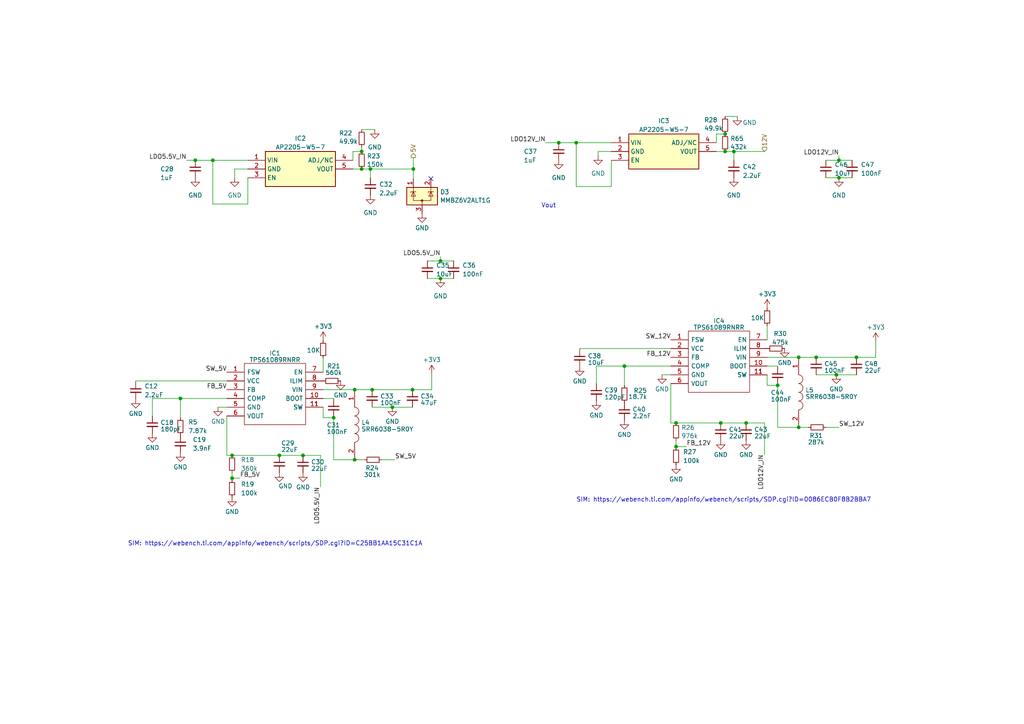
<source format=kicad_sch>
(kicad_sch (version 20231120) (generator "eeschema") (generator_version "8.0")
  (paper "A4")
  (lib_symbols
    (symbol "Device:C_Small" (pin_numbers hide) (pin_names (offset 0.254) hide)
      (property "Reference" "C" (at 0.254 1.778 0))
      (property "Value" "C_Small" (at 0.254 -2.032 0))
      (symbol "C_Small_0_1"
        (polyline (pts (xy -1.524 -0.508) (xy 1.524 -0.508)) (stroke (width 0.3302)))
        (polyline (pts (xy -1.524 0.508) (xy 1.524 0.508)) (stroke (width 0.3048)))
      )
      (symbol "C_Small_1_1"
        (pin passive line (at 0 2.54 270) (length 2.032) (name "~") (number "1"))
        (pin passive line (at 0 -2.54 90) (length 2.032) (name "~") (number "2"))
      )
    )
    (symbol "Device:R_Small" (pin_numbers hide) (pin_names (offset 0.254) hide)
      (property "Reference" "R" (at 0.762 0.508 0))
      (property "Value" "R_Small" (at 0.762 -1.016 0))
      (symbol "R_Small_0_1"
        (rectangle (start -0.762 1.778) (end 0.762 -1.778) (stroke (width 0.2032)))
      )
      (symbol "R_Small_1_1"
        (pin passive line (at 0 2.54 270) (length 0.762) (name "~") (number "1"))
        (pin passive line (at 0 -2.54 90) (length 0.762) (name "~") (number "2"))
      )
    )
    (symbol "GND_1" (power) (pin_names (offset 0))
      (property "Value" "GND_1" (at 0 -3.81 0))
      (symbol "GND_1_0_1"
        (polyline (pts (xy 0 0) (xy 0 -1.27) (xy 1.27 -1.27) (xy 0 -2.54) (xy -1.27 -1.27) (xy 0 -1.27)))
      )
      (symbol "GND_1_1_1"
        (pin power_in line (at 0 0 270) (length 0) hide (name "GND") (number "1"))
      )
    )
    (symbol "GND_2" (power) (pin_names (offset 0))
      (property "Value" "GND_2" (at 0 -3.81 0))
      (symbol "GND_2_0_1"
        (polyline (pts (xy 0 0) (xy 0 -1.27) (xy 1.27 -1.27) (xy 0 -2.54) (xy -1.27 -1.27) (xy 0 -1.27)))
      )
      (symbol "GND_2_1_1"
        (pin power_in line (at 0 0 270) (length 0) hide (name "GND") (number "1"))
      )
    )
    (symbol "GND_3" (power) (pin_names (offset 0))
      (property "Value" "GND_3" (at 0 -3.81 0))
      (symbol "GND_3_0_1"
        (polyline (pts (xy 0 0) (xy 0 -1.27) (xy 1.27 -1.27) (xy 0 -2.54) (xy -1.27 -1.27) (xy 0 -1.27)))
      )
      (symbol "GND_3_1_1"
        (pin power_in line (at 0 0 270) (length 0) hide (name "GND") (number "1"))
      )
    )
    (symbol "GND_4" (power) (pin_names (offset 0))
      (property "Value" "GND_4" (at 0 -3.81 0))
      (symbol "GND_4_0_1"
        (polyline (pts (xy 0 0) (xy 0 -1.27) (xy 1.27 -1.27) (xy 0 -2.54) (xy -1.27 -1.27) (xy 0 -1.27)))
      )
      (symbol "GND_4_1_1"
        (pin power_in line (at 0 0 270) (length 0) hide (name "GND") (number "1"))
      )
    )
    (symbol "GND_5" (power) (pin_names (offset 0))
      (property "Value" "GND_5" (at 0 -3.81 0))
      (symbol "GND_5_0_1"
        (polyline (pts (xy 0 0) (xy 0 -1.27) (xy 1.27 -1.27) (xy 0 -2.54) (xy -1.27 -1.27) (xy 0 -1.27)))
      )
      (symbol "GND_5_1_1"
        (pin power_in line (at 0 0 270) (length 0) hide (name "GND") (number "1"))
      )
    )
    (symbol "GND_6" (power) (pin_names (offset 0))
      (property "Value" "GND_6" (at 0 -3.81 0))
      (symbol "GND_6_0_1"
        (polyline (pts (xy 0 0) (xy 0 -1.27) (xy 1.27 -1.27) (xy 0 -2.54) (xy -1.27 -1.27) (xy 0 -1.27)))
      )
      (symbol "GND_6_1_1"
        (pin power_in line (at 0 0 270) (length 0) hide (name "GND") (number "1"))
      )
    )
    (symbol "Power_Protection:SP0502BAHT" (pin_names hide)
      (property "Reference" "D" (at 5.715 2.54 0))
      (property "Value" "SP0502BAHT" (at 5.715 0.635 0))
      (symbol "SP0502BAHT_0_0"
        (pin passive line (at 0 -5.08 90) (length 2.54) (name "A") (number "3"))
      )
      (symbol "SP0502BAHT_0_1"
        (rectangle (start -4.445 2.54) (end 4.445 -2.54) (stroke (width 0.254)) (fill (type background)))
        (circle (center 0 -1.27) (radius 0.254) (fill (type outline)))
        (polyline (pts (xy -2.54 2.54) (xy -2.54 1.27)))
        (polyline (pts (xy 0 -1.27) (xy 0 -2.54)))
        (polyline (pts (xy 2.54 2.54) (xy 2.54 1.27)))
        (polyline (pts (xy -3.302 1.016) (xy -3.302 1.27) (xy -1.905 1.27) (xy -1.778 1.27)))
        (polyline (pts (xy -2.54 1.27) (xy -2.54 -1.27) (xy 2.54 -1.27) (xy 2.54 1.27)))
        (polyline (pts (xy -2.54 1.27) (xy -1.905 0) (xy -3.175 0) (xy -2.54 1.27)))
        (polyline (pts (xy 1.778 1.016) (xy 1.778 1.27) (xy 3.175 1.27) (xy 3.302 1.27)))
        (polyline (pts (xy 2.54 1.27) (xy 1.905 0) (xy 3.175 0) (xy 2.54 1.27)))
      )
      (symbol "SP0502BAHT_1_1"
        (pin passive line (at -2.54 5.08 270) (length 2.54) (name "K") (number "1"))
        (pin passive line (at 2.54 5.08 270) (length 2.54) (name "K") (number "2"))
      )
    )
    (symbol "iclr:AP2205-W5-7"
      (property "Reference" "IC" (at 26.67 7.62 0))
      (property "Value" "AP2205-W5-7" (at 26.67 5.08 0))
      (symbol "AP2205-W5-7_1_1"
        (rectangle (start 5.08 2.54) (end 25.4 -7.62) (stroke (width 0.254)) (fill (type background)))
        (pin passive line (at 0 0 0) (length 5.08) (name "VIN") (number "1"))
        (pin passive line (at 0 -2.54 0) (length 5.08) (name "GND") (number "2"))
        (pin passive line (at 0 -5.08 0) (length 5.08) (name "EN") (number "3"))
        (pin passive line (at 30.48 0 180) (length 5.08) (name "ADJ/NC") (number "4"))
        (pin passive line (at 30.48 -2.54 180) (length 5.08) (name "VOUT") (number "5"))
      )
    )
    (symbol "iclr:SRR6038-5R0Y" (pin_names (offset 0.762))
      (property "Reference" "L" (at 16.51 6.35 0))
      (property "Value" "SRR6038-5R0Y" (at 16.51 3.81 0))
      (symbol "SRR6038-5R0Y_0_0"
        (pin passive line (at 0 0 0) (length 5.08) (name "~") (number "1"))
        (pin passive line (at 20.32 0 180) (length 5.08) (name "~") (number "2"))
      )
      (symbol "SRR6038-5R0Y_0_1"
        (arc (start 7.62 0) (mid 6.35 1.2202) (end 5.08 0) (stroke (width 0.1524)))
        (arc (start 10.16 0) (mid 8.89 1.2202) (end 7.62 0) (stroke (width 0.1524)))
        (arc (start 12.7 0) (mid 11.43 1.2202) (end 10.16 0) (stroke (width 0.1524)))
        (arc (start 15.24 0) (mid 13.97 1.2202) (end 12.7 0) (stroke (width 0.1524)))
      )
    )
    (symbol "iclr:TPS61089RNRR" (pin_names (offset 0.762))
      (property "Reference" "IC" (at 24.13 7.62 0))
      (property "Value" "TPS61089RNRR" (at 24.13 5.08 0))
      (symbol "TPS61089RNRR_0_0"
        (pin passive line (at 0 0 0) (length 5.08) (name "FSW") (number "1"))
        (pin passive line (at 27.94 -7.62 180) (length 5.08) (name "BOOT") (number "10"))
        (pin passive line (at 27.94 -10.16 180) (length 5.08) (name "SW") (number "11"))
        (pin passive line (at 27.94 -10.16 180) (length 5.08) (name "SW") (number "11"))
        (pin passive line (at 0 -2.54 0) (length 5.08) (name "VCC") (number "2"))
        (pin passive line (at 0 -5.08 0) (length 5.08) (name "FB") (number "3"))
        (pin passive line (at 0 -7.62 0) (length 5.08) (name "COMP") (number "4"))
        (pin passive line (at 0 -10.16 0) (length 5.08) (name "GND") (number "5"))
        (pin passive line (at 0 -12.7 0) (length 5.08) (name "VOUT") (number "6"))
        (pin passive line (at 27.94 0 180) (length 5.08) (name "EN") (number "7"))
        (pin passive line (at 27.94 -2.54 180) (length 5.08) (name "ILIM") (number "8"))
        (pin passive line (at 27.94 -5.08 180) (length 5.08) (name "VIN") (number "9"))
      )
      (symbol "TPS61089RNRR_0_1"
        (polyline (pts (xy 5.08 2.54) (xy 22.86 2.54) (xy 22.86 -15.24) (xy 5.08 -15.24) (xy 5.08 2.54)) (stroke (width 0.1524)))
      )
    )
    (symbol "power:+3V3" (power) (pin_numbers hide) (pin_names (offset 0) hide)
      (property "Value" "+3V3" (at 0 3.556 0))
      (symbol "+3V3_0_1"
        (polyline (pts (xy -0.762 1.27) (xy 0 2.54)))
        (polyline (pts (xy 0 0) (xy 0 2.54)))
        (polyline (pts (xy 0 2.54) (xy 0.762 1.27)))
      )
      (symbol "+3V3_1_1"
        (pin power_in line (at 0 0 90) (length 0) (name "~") (number "1"))
      )
    )
    (symbol "power:GND" (power) (pin_names (offset 0))
      (property "Value" "GND" (at 0 -3.81 0))
      (symbol "GND_0_1"
        (polyline (pts (xy 0 0) (xy 0 -1.27) (xy 1.27 -1.27) (xy 0 -2.54) (xy -1.27 -1.27) (xy 0 -1.27)))
      )
      (symbol "GND_1_1"
        (pin power_in line (at 0 0 270) (length 0) hide (name "GND") (number "1"))
      )
    )
  )
  (junction (at 231.648 103.632))
  (junction (at 127.762 80.772))
  (junction (at 119.888 49.022))
  (junction (at 107.95 113.03))
  (junction (at 212.852 43.942))
  (junction (at 210.312 38.862))
  (junction (at 216.408 122.682))
  (junction (at 113.792 118.11))
  (junction (at 107.442 49.022))
  (junction (at 56.642 46.482))
  (junction (at 231.648 123.952))
  (junction (at 209.042 122.682))
  (junction (at 81.026 132.08))
  (junction (at 196.088 122.682))
  (junction (at 102.87 133.35))
  (junction (at 104.902 49.022))
  (junction (at 96.774 121.158))
  (junction (at 243.332 46.482))
  (junction (at 248.412 103.632))
  (junction (at 181.102 106.172))
  (junction (at 67.31 132.08))
  (junction (at 102.87 113.03))
  (junction (at 210.312 43.942))
  (junction (at 61.722 46.482))
  (junction (at 162.052 41.402))
  (junction (at 236.728 103.632))
  (junction (at 243.332 51.562))
  (junction (at 242.57 108.712))
  (junction (at 196.088 129.54))
  (junction (at 119.634 113.03))
  (junction (at 52.324 115.57))
  (junction (at 225.552 111.76))
  (junction (at 127.762 75.692))
  (junction (at 67.31 138.684))
  (junction (at 104.902 43.942))
  (junction (at 167.132 41.402))
  (junction (at 87.884 132.08))
  (no_connect (at 124.968 51.816))
  (wire (pts (xy 222.504 108.712) (xy 222.504 111.76)))
  (wire (pts (xy 92.964 132.08) (xy 92.964 141.224)))
  (wire (pts (xy 125.222 113.03) (xy 119.634 113.03)))
  (wire (pts (xy 127.762 80.772) (xy 131.572 80.772)))
  (wire (pts (xy 107.442 49.022) (xy 119.888 49.022)))
  (wire (pts (xy 239.522 123.952) (xy 243.332 123.952)))
  (wire (pts (xy 68.072 49.022) (xy 68.072 51.562)))
  (wire (pts (xy 168.148 101.092) (xy 168.148 101.346)))
  (wire (pts (xy 243.332 46.482) (xy 247.142 46.482)))
  (wire (pts (xy 107.95 118.11) (xy 113.792 118.11)))
  (wire (pts (xy 71.882 59.182) (xy 71.882 51.562)))
  (wire (pts (xy 162.052 41.402) (xy 167.132 41.402)))
  (wire (pts (xy 39.37 110.49) (xy 65.786 110.49)))
  (wire (pts (xy 196.088 129.54) (xy 199.136 129.54)))
  (wire (pts (xy 96.774 133.35) (xy 96.774 121.158)))
  (wire (pts (xy 44.196 115.57) (xy 44.196 120.65)))
  (wire (pts (xy 65.786 132.08) (xy 67.31 132.08)))
  (wire (pts (xy 104.902 49.022) (xy 102.362 49.022)))
  (wire (pts (xy 107.95 113.03) (xy 119.634 113.03)))
  (wire (pts (xy 181.102 106.172) (xy 181.102 111.76)))
  (wire (pts (xy 231.648 123.952) (xy 225.552 123.952)))
  (wire (pts (xy 167.132 41.402) (xy 167.132 54.102)))
  (wire (pts (xy 210.312 33.782) (xy 213.868 33.782)))
  (wire (pts (xy 39.37 110.49) (xy 39.37 110.744)))
  (wire (pts (xy 127.762 75.692) (xy 131.572 75.692)))
  (wire (pts (xy 104.902 42.672) (xy 104.902 43.942)))
  (wire (pts (xy 172.974 106.172) (xy 172.974 111.252)))
  (wire (pts (xy 119.888 45.72) (xy 119.888 49.022)))
  (wire (pts (xy 63.246 118.11) (xy 65.786 118.11)))
  (wire (pts (xy 231.648 123.952) (xy 234.442 123.952)))
  (wire (pts (xy 96.774 120.904) (xy 96.774 121.158)))
  (wire (pts (xy 239.522 46.482) (xy 243.332 46.482)))
  (wire (pts (xy 221.742 122.682) (xy 221.742 131.826)))
  (wire (pts (xy 231.648 103.632) (xy 236.728 103.632)))
  (wire (pts (xy 194.564 122.682) (xy 196.088 122.682)))
  (wire (pts (xy 93.726 115.57) (xy 96.774 115.57)))
  (wire (pts (xy 177.292 54.102) (xy 177.292 46.482)))
  (wire (pts (xy 52.324 115.57) (xy 65.786 115.57)))
  (wire (pts (xy 194.564 111.252) (xy 194.564 122.682)))
  (wire (pts (xy 225.552 123.952) (xy 225.552 111.76)))
  (wire (pts (xy 243.332 45.212) (xy 243.332 46.482)))
  (wire (pts (xy 167.132 41.402) (xy 177.292 41.402)))
  (wire (pts (xy 239.522 51.562) (xy 243.332 51.562)))
  (wire (pts (xy 102.87 133.35) (xy 96.774 133.35)))
  (wire (pts (xy 113.792 118.11) (xy 119.634 118.11)))
  (wire (pts (xy 168.148 101.092) (xy 194.564 101.092)))
  (wire (pts (xy 67.31 137.16) (xy 67.31 138.684)))
  (wire (pts (xy 222.504 103.632) (xy 231.648 103.632)))
  (wire (pts (xy 225.552 111.506) (xy 225.552 111.76)))
  (wire (pts (xy 158.242 41.402) (xy 162.052 41.402)))
  (wire (pts (xy 61.722 46.482) (xy 71.882 46.482)))
  (wire (pts (xy 65.786 120.65) (xy 65.786 132.08)))
  (wire (pts (xy 123.952 80.772) (xy 127.762 80.772)))
  (wire (pts (xy 81.026 132.08) (xy 87.884 132.08)))
  (wire (pts (xy 87.884 132.08) (xy 92.964 132.08)))
  (wire (pts (xy 54.102 46.482) (xy 56.642 46.482)))
  (wire (pts (xy 102.362 43.942) (xy 102.362 46.482)))
  (wire (pts (xy 243.332 51.562) (xy 247.142 51.562)))
  (wire (pts (xy 107.442 51.562) (xy 107.442 49.022)))
  (wire (pts (xy 236.728 103.632) (xy 248.412 103.632)))
  (wire (pts (xy 173.482 43.942) (xy 173.482 45.212)))
  (wire (pts (xy 222.504 111.76) (xy 225.552 111.76)))
  (wire (pts (xy 207.772 38.862) (xy 210.312 38.862)))
  (wire (pts (xy 222.504 106.172) (xy 225.552 106.172)))
  (wire (pts (xy 52.324 115.57) (xy 52.324 121.158)))
  (wire (pts (xy 192.024 108.712) (xy 194.564 108.712)))
  (wire (pts (xy 61.722 46.482) (xy 61.722 59.182)))
  (wire (pts (xy 67.31 138.684) (xy 67.31 139.192)))
  (wire (pts (xy 222.504 94.488) (xy 222.504 98.552)))
  (wire (pts (xy 225.552 106.172) (xy 225.552 106.426)))
  (wire (pts (xy 207.772 38.862) (xy 207.772 41.402)))
  (wire (pts (xy 93.726 113.03) (xy 102.87 113.03)))
  (wire (pts (xy 207.772 43.942) (xy 210.312 43.942)))
  (wire (pts (xy 61.722 59.182) (xy 71.882 59.182)))
  (wire (pts (xy 172.974 106.172) (xy 181.102 106.172)))
  (wire (pts (xy 93.726 103.886) (xy 93.726 107.95)))
  (wire (pts (xy 254 103.632) (xy 248.412 103.632)))
  (wire (pts (xy 119.888 49.022) (xy 119.888 51.816)))
  (wire (pts (xy 125.222 108.458) (xy 125.222 113.03)))
  (wire (pts (xy 102.362 43.942) (xy 104.902 43.942)))
  (wire (pts (xy 110.744 133.35) (xy 114.554 133.35)))
  (wire (pts (xy 212.852 46.482) (xy 212.852 43.942)))
  (wire (pts (xy 56.642 46.482) (xy 61.722 46.482)))
  (wire (pts (xy 71.882 49.022) (xy 68.072 49.022)))
  (wire (pts (xy 127.762 74.422) (xy 127.762 75.692)))
  (wire (pts (xy 44.196 115.57) (xy 52.324 115.57)))
  (wire (pts (xy 196.088 122.682) (xy 209.042 122.682)))
  (wire (pts (xy 196.088 129.54) (xy 196.088 129.794)))
  (wire (pts (xy 67.31 138.684) (xy 69.596 138.684)))
  (wire (pts (xy 104.902 37.592) (xy 108.712 37.592)))
  (wire (pts (xy 167.132 54.102) (xy 177.292 54.102)))
  (wire (pts (xy 221.742 43.942) (xy 212.852 43.942)))
  (wire (pts (xy 123.952 75.692) (xy 127.762 75.692)))
  (wire (pts (xy 102.87 133.35) (xy 105.664 133.35)))
  (wire (pts (xy 254 99.06) (xy 254 103.632)))
  (wire (pts (xy 209.042 122.682) (xy 216.408 122.682)))
  (wire (pts (xy 242.57 108.712) (xy 248.412 108.712)))
  (wire (pts (xy 93.726 118.11) (xy 93.726 121.158)))
  (wire (pts (xy 210.312 43.942) (xy 212.852 43.942)))
  (wire (pts (xy 67.31 132.08) (xy 81.026 132.08)))
  (wire (pts (xy 93.726 121.158) (xy 96.774 121.158)))
  (wire (pts (xy 96.774 115.57) (xy 96.774 115.824)))
  (wire (pts (xy 107.442 49.022) (xy 104.902 49.022)))
  (wire (pts (xy 236.728 108.712) (xy 242.57 108.712)))
  (wire (pts (xy 177.292 43.942) (xy 173.482 43.942)))
  (wire (pts (xy 181.102 106.172) (xy 194.564 106.172)))
  (wire (pts (xy 196.088 127.762) (xy 196.088 129.54)))
  (wire (pts (xy 102.87 113.03) (xy 107.95 113.03)))
  (wire (pts (xy 216.408 122.682) (xy 221.742 122.682)))
  (text "SIM: https://webench.ti.com/appinfo/webench/scripts/SDP.cgi?ID=C25BB1AA15C31C1A" (at 37.084 158.496 0) (effects (font (size 1.27 1.27)) (justify left bottom)))
  (text "Vout" (at 156.972 60.452 0) (effects (font (size 1.27 1.27)) (justify left bottom)))
  (text "SIM: https://webench.ti.com/appinfo/webench/scripts/SDP.cgi?ID=0086ECB0F8B2BBA7" (at 167.132 145.796 0) (effects (font (size 1.27 1.27)) (justify left bottom)))
  (label "FB_5V" (at 65.786 113.03 180))
  (label "SW_12V" (at 194.564 98.552 180))
  (label "LDO5.5V_IN" (at 127.762 74.422 180))
  (label "LDO12V_IN" (at 221.742 131.826 270))
  (label "LDO12V_IN" (at 243.332 45.212 180))
  (label "FB_12V" (at 199.136 129.54 0))
  (label "SW_5V" (at 114.554 133.35 0))
  (label "SW_12V" (at 243.332 123.952 0))
  (label "LDO12V_IN" (at 158.242 41.402 180))
  (label "FB_5V" (at 69.596 138.684 0))
  (label "SW_5V" (at 65.786 107.95 180))
  (label "FB_12V" (at 194.564 103.632 180))
  (label "LDO5.5V_IN" (at 92.964 141.224 270))
  (label "LDO5.5V_IN" (at 54.102 46.482 180))
  (hierarchical_label "12V" (shape input) (at 221.742 43.942 90))
  (hierarchical_label "5V" (shape output) (at 119.888 45.72 90))
  (symbol (lib_id "Device:C_Small") (at 52.324 128.778 0) (unit 1)
    (property "Reference" "C19" (at 55.88 127.5143 0) (effects (justify left)))
    (property "Value" "3.9nF" (at 55.88 130.0543 0) (effects (justify left)))
    (property "Footprint" "Capacitor_SMD:C_0402_1005Metric" (effects (hide yes)))
  )
  (symbol (lib_name "GND_4") (lib_id "power:GND") (at 172.974 116.332 0) (unit 1)
    (property "Reference" "#PWR067" (effects (hide yes)))
    (property "Value" "GND" (at 172.974 120.4675 0))
  )
  (symbol (lib_name "GND_6") (lib_id "power:GND") (at 68.072 51.562 0) (unit 1)
    (property "Reference" "#PWR055" (effects (hide yes)))
    (property "Value" "GND" (at 68.072 56.642 0))
  )
  (symbol (lib_id "Device:C_Small") (at 247.142 49.022 0) (unit 1)
    (property "Reference" "C47" (at 249.682 47.7582 0) (effects (justify left)))
    (property "Value" "100nF" (at 249.682 50.2982 0) (effects (justify left)))
    (property "Footprint" "Capacitor_SMD:C_0402_1005Metric" (effects (hide yes)))
    (property "MPN" "C1005X5R1E104KT000E" (effects (hide yes)))
  )
  (symbol (lib_id "Device:C_Small") (at 39.37 113.284 0) (unit 1)
    (property "Reference" "C12" (at 41.91 112.0203 0) (effects (justify left)))
    (property "Value" "2.2uF" (at 41.91 114.5603 0) (effects (justify left)))
    (property "Footprint" "Capacitor_SMD:C_0603_1608Metric" (effects (hide yes)))
  )
  (symbol (lib_name "GND_4") (lib_id "power:GND") (at 227.584 101.092 0) (unit 1)
    (property "Reference" "#PWR077" (effects (hide yes)))
    (property "Value" "GND" (at 227.584 105.2275 0))
  )
  (symbol (lib_id "Device:C_Small") (at 168.148 103.886 0) (unit 1)
    (property "Reference" "C38" (at 170.4721 103.2486 0) (effects (justify left)))
    (property "Value" "10uF" (at 170.4721 105.1696 0) (effects (justify left)))
    (property "Footprint" "Capacitor_SMD:C_0603_1608Metric" (effects (hide yes)))
  )
  (symbol (lib_name "GND_2") (lib_id "power:GND") (at 212.852 51.562 0) (unit 1)
    (property "Reference" "#PWR074" (effects (hide yes)))
    (property "Value" "GND" (at 212.852 56.642 0))
  )
  (symbol (lib_id "Device:C_Small") (at 44.196 123.19 0) (unit 1)
    (property "Reference" "C18" (at 46.5201 122.5526 0) (effects (justify left)))
    (property "Value" "180pF" (at 46.5201 124.4736 0) (effects (justify left)))
    (property "Footprint" "Capacitor_SMD:C_0402_1005Metric" (effects (hide yes)))
  )
  (symbol (lib_id "Device:C_Small") (at 96.774 118.364 0) (unit 1)
    (property "Reference" "C31" (at 94.742 123.301 0) (effects (justify left)))
    (property "Value" "100nF" (at 94.742 125.222 0) (effects (justify left)))
    (property "Footprint" "Capacitor_SMD:C_0402_1005Metric" (effects (hide yes)))
  )
  (symbol (lib_id "iclr:TPS61089RNRR") (at 194.564 98.552 0) (unit 1)
    (property "Reference" "IC4" (at 208.534 93.0529 0))
    (property "Value" "TPS61089RNRR" (at 208.534 94.9739 0))
    (property "Footprint" "iclr:IC_TPS61089RNRR" (effects (hide yes)))
    (property "Datasheet" "http://www.ti.com/lit/gpn/tps61089" (effects (hide yes)))
    (property "Description" "12.6-V, 7-A Fully-Integrated Synchronous Boost Converters in 2.0-mm x 2.5-mm VQFN Package" (effects (hide yes)))
    (property "Manufacturer_Name" "Texas Instruments" (effects (hide yes)))
    (property "Manufacturer_Part_Number" "TPS61089RNRR" (effects (hide yes)))
    (property "Mouser Part Number" "595-TPS61089RNRR" (effects (hide yes)))
    (property "Mouser Price/Stock" "https://www.mouser.co.uk/ProductDetail/Texas-Instruments/TPS61089RNRR?qs=G55MHhPmvtI%2Ft%2FkJeUeP3Q%3D%3D" (effects (hide yes)))
    (property "Arrow Part Number" "TPS61089RNRR" (effects (hide yes)))
    (property "Arrow Price/Stock" "https://www.arrow.com/en/products/tps61089rnrr/texas-instruments?region=nac" (effects (hide yes)))
    (property "MPN" "TPS61089RNRR" (effects (hide yes)))
  )
  (symbol (lib_name "GND_4") (lib_id "power:GND") (at 44.196 125.73 0) (unit 1)
    (property "Reference" "#PWR046" (effects (hide yes)))
    (property "Value" "GND" (at 44.196 129.8655 0))
  )
  (symbol (lib_id "Device:C_Small") (at 239.522 49.022 0) (unit 1)
    (property "Reference" "C46" (at 242.062 47.7582 0) (effects (justify left)))
    (property "Value" "10uF" (at 242.062 50.2982 0) (effects (justify left)))
    (property "Footprint" "Capacitor_SMD:C_0603_1608Metric" (effects (hide yes)))
    (property "MPN" " TMK107BBJ106MA-T" (effects (hide yes)))
  )
  (symbol (lib_id "power:GND") (at 127.762 80.772 0) (unit 1)
    (property "Reference" "#PWR064" (effects (hide yes)))
    (property "Value" "GND" (at 127.762 85.852 0))
  )
  (symbol (lib_name "GND_4") (lib_id "power:GND") (at 216.408 127.762 0) (unit 1)
    (property "Reference" "#PWR075" (effects (hide yes)))
    (property "Value" "GND" (at 216.408 131.8975 0))
  )
  (symbol (lib_name "GND_3") (lib_id "power:GND") (at 56.642 51.562 0) (unit 1)
    (property "Reference" "#PWR052" (effects (hide yes)))
    (property "Value" "GND" (at 56.642 56.642 0))
  )
  (symbol (lib_id "power:+3V3") (at 93.726 98.806 0) (unit 1)
    (property "Reference" "#PWR0112" (effects (hide yes)))
    (property "Value" "+3V3" (at 93.726 94.6729 0))
    (property "Description" "Power symbol creates a global label with name \"+3V3\"" (effects (hide yes)))
  )
  (symbol (lib_id "Device:C_Small") (at 107.442 54.102 0) (unit 1)
    (property "Reference" "C32" (at 109.982 53.4733 0) (effects (justify left)))
    (property "Value" "2.2uF" (at 109.982 56.0133 0) (effects (justify left)))
    (property "Footprint" "Capacitor_SMD:C_0402_1005Metric" (effects (hide yes)))
    (property "MPN" "GRM155R61E225ME15D" (effects (hide yes)))
  )
  (symbol (lib_name "GND_4") (lib_id "power:GND") (at 52.324 131.318 0) (unit 1)
    (property "Reference" "#PWR051" (effects (hide yes)))
    (property "Value" "GND" (at 52.324 135.4535 0))
  )
  (symbol (lib_id "Device:C_Small") (at 225.552 108.966 0) (unit 1)
    (property "Reference" "C44" (at 223.52 113.903 0) (effects (justify left)))
    (property "Value" "100nF" (at 223.52 115.824 0) (effects (justify left)))
    (property "Footprint" "Capacitor_SMD:C_0402_1005Metric" (effects (hide yes)))
  )
  (symbol (lib_name "GND_4") (lib_id "power:GND") (at 81.026 137.16 0) (unit 1)
    (property "Reference" "#PWR056" (effects (hide yes)))
    (property "Value" "GND" (at 82.804 140.97 0))
  )
  (symbol (lib_name "GND_4") (lib_id "power:GND") (at 192.024 108.712 0) (unit 1)
    (property "Reference" "#PWR070" (effects (hide yes)))
    (property "Value" "GND" (at 192.024 112.8475 0))
  )
  (symbol (lib_id "Device:R_Small") (at 52.324 123.698 0) (unit 1)
    (property "Reference" "R5" (at 54.61 122.428 0) (effects (justify left)))
    (property "Value" "7.87k" (at 54.61 124.968 0) (effects (justify left)))
    (property "Footprint" "Resistor_SMD:R_0402_1005Metric" (effects (hide yes)))
  )
  (symbol (lib_id "Device:C_Small") (at 248.412 106.172 0) (unit 1)
    (property "Reference" "C48" (at 250.7361 105.5346 0) (effects (justify left)))
    (property "Value" "22uF" (at 250.7361 107.4556 0) (effects (justify left)))
    (property "Footprint" "Capacitor_SMD:C_1206_3216Metric" (effects (hide yes)))
  )
  (symbol (lib_id "Device:R_Small") (at 104.902 40.132 0) (unit 1)
    (property "Reference" "R22" (at 98.298 38.608 0) (effects (justify left)))
    (property "Value" "49.9k" (at 98.298 41.0323 0) (effects (justify left)))
    (property "Footprint" "Resistor_SMD:R_0402_1005Metric" (effects (hide yes)))
  )
  (symbol (lib_name "GND_2") (lib_id "power:GND") (at 122.428 61.976 0) (unit 1)
    (property "Reference" "#PWR096" (effects (hide yes)))
    (property "Value" "GND" (at 122.428 66.1091 0))
    (property "Description" "Power symbol creates a global label with name \"GND\" , ground" (effects (hide yes)))
  )
  (symbol (lib_id "Device:R_Small") (at 196.088 132.334 180) (unit 1)
    (property "Reference" "R27" (at 198.12 131.064 0) (effects (justify right)))
    (property "Value" "100k" (at 198.12 133.604 0) (effects (justify right)))
    (property "Footprint" "Resistor_SMD:R_0402_1005Metric" (effects (hide yes)))
  )
  (symbol (lib_name "GND_4") (lib_id "power:GND") (at 196.088 134.874 0) (unit 1)
    (property "Reference" "#PWR071" (effects (hide yes)))
    (property "Value" "GND" (at 196.088 139.0095 0))
  )
  (symbol (lib_id "Device:R_Small") (at 181.102 114.3 0) (mirror y) (unit 1)
    (property "Reference" "R25" (at 187.6806 113.2767 0) (effects (justify left)))
    (property "Value" "18.7k" (at 187.706 115.062 0) (effects (justify left)))
    (property "Footprint" "Resistor_SMD:R_0402_1005Metric" (effects (hide yes)))
  )
  (symbol (lib_id "Device:R_Small") (at 210.312 41.402 0) (unit 1)
    (property "Reference" "R65" (at 211.8106 40.1898 0) (effects (justify left)))
    (property "Value" "432k" (at 211.8106 42.6141 0) (effects (justify left)))
    (property "Footprint" "Resistor_SMD:R_0402_1005Metric" (effects (hide yes)))
  )
  (symbol (lib_id "Device:C_Small") (at 87.884 134.62 0) (unit 1)
    (property "Reference" "C30" (at 90.2081 133.9826 0) (effects (justify left)))
    (property "Value" "22uF" (at 90.2081 135.9036 0) (effects (justify left)))
    (property "Footprint" "Capacitor_SMD:C_0805_2012Metric" (effects (hide yes)))
  )
  (symbol (lib_name "GND_5") (lib_id "power:GND") (at 173.482 45.212 0) (unit 1)
    (property "Reference" "#PWR068" (effects (hide yes)))
    (property "Value" "GND" (at 173.482 50.292 0))
  )
  (symbol (lib_name "GND_4") (lib_id "power:GND") (at 67.31 144.272 0) (unit 1)
    (property "Reference" "#PWR054" (effects (hide yes)))
    (property "Value" "GND" (at 67.31 148.4075 0))
  )
  (symbol (lib_id "Device:R_Small") (at 236.982 123.952 270) (unit 1)
    (property "Reference" "R31" (at 236.728 126.349 90))
    (property "Value" "287k" (at 236.728 128.27 90))
    (property "Footprint" "Resistor_SMD:R_0402_1005Metric" (effects (hide yes)))
  )
  (symbol (lib_id "Device:R_Small") (at 93.726 101.346 180) (unit 1)
    (property "Reference" "R20" (effects (hide yes)))
    (property "Value" "10K" (at 90.932 101.6 0))
    (property "Footprint" "Resistor_SMD:R_0402_1005Metric" (effects (hide yes)))
  )
  (symbol (lib_id "Device:C_Small") (at 56.642 49.022 0) (unit 1)
    (property "Reference" "C28" (at 46.482 49.022 0) (effects (justify left)))
    (property "Value" "1uF" (at 46.482 51.562 0) (effects (justify left)))
    (property "Footprint" "Capacitor_SMD:C_0402_1005Metric" (effects (hide yes)))
    (property "MPN" "CL05X105KA5NQNC" (effects (hide yes)))
  )
  (symbol (lib_id "Device:R_Small") (at 225.044 101.092 270) (unit 1)
    (property "Reference" "R30" (at 226.314 96.774 90))
    (property "Value" "475k" (at 226.314 99.314 90))
    (property "Footprint" "Resistor_SMD:R_0402_1005Metric" (effects (hide yes)))
  )
  (symbol (lib_name "GND_4") (lib_id "power:GND") (at 63.246 118.11 0) (unit 1)
    (property "Reference" "#PWR053" (effects (hide yes)))
    (property "Value" "GND" (at 63.246 122.2455 0))
  )
  (symbol (lib_name "GND_4") (lib_id "power:GND") (at 39.37 115.824 0) (unit 1)
    (property "Reference" "#PWR028" (effects (hide yes)))
    (property "Value" "GND" (at 39.37 119.9595 0))
  )
  (symbol (lib_name "GND_4") (lib_id "power:GND") (at 181.102 121.92 0) (unit 1)
    (property "Reference" "#PWR069" (effects (hide yes)))
    (property "Value" "GND" (at 181.102 126.0555 0))
  )
  (symbol (lib_id "power:+3V3") (at 254 99.06 0) (unit 1)
    (property "Reference" "#PWR0119" (effects (hide yes)))
    (property "Value" "+3V3" (at 254 94.9269 0))
    (property "Description" "Power symbol creates a global label with name \"+3V3\"" (effects (hide yes)))
  )
  (symbol (lib_name "GND_4") (lib_id "power:GND") (at 98.806 110.49 0) (unit 1)
    (property "Reference" "#PWR059" (effects (hide yes)))
    (property "Value" "GND" (at 98.806 114.6255 0))
  )
  (symbol (lib_id "Device:R_Small") (at 67.31 141.732 180) (unit 1)
    (property "Reference" "R19" (at 69.85 140.462 0) (effects (justify right)))
    (property "Value" "100k" (at 69.85 143.002 0) (effects (justify right)))
    (property "Footprint" "Resistor_SMD:R_0402_1005Metric" (effects (hide yes)))
  )
  (symbol (lib_name "GND_1") (lib_id "power:GND") (at 108.712 37.592 0) (unit 1)
    (property "Reference" "#PWR060" (effects (hide yes)))
    (property "Value" "GND" (at 108.712 42.672 0))
  )
  (symbol (lib_id "power:+3V3") (at 222.504 89.408 0) (unit 1)
    (property "Reference" "#PWR0114" (effects (hide yes)))
    (property "Value" "+3V3" (at 222.504 85.2749 0))
    (property "Description" "Power symbol creates a global label with name \"+3V3\"" (effects (hide yes)))
  )
  (symbol (lib_id "Device:C_Small") (at 172.974 113.792 0) (unit 1)
    (property "Reference" "C39" (at 175.2981 113.1546 0) (effects (justify left)))
    (property "Value" "120pF" (at 175.2727 115.2113 0) (effects (justify left)))
    (property "Footprint" "Capacitor_SMD:C_0402_1005Metric" (effects (hide yes)))
  )
  (symbol (lib_id "Device:R_Small") (at 96.266 110.49 270) (unit 1)
    (property "Reference" "R21" (at 96.774 106.172 90))
    (property "Value" "560k" (at 96.774 108.093 90))
    (property "Footprint" "Resistor_SMD:R_0402_1005Metric" (effects (hide yes)))
  )
  (symbol (lib_name "GND_3") (lib_id "power:GND") (at 162.052 46.482 0) (unit 1)
    (property "Reference" "#PWR065" (effects (hide yes)))
    (property "Value" "GND" (at 162.052 51.562 0))
  )
  (symbol (lib_id "Power_Protection:SP0502BAHT") (at 122.428 56.896 0) (unit 1)
    (property "Reference" "D3" (at 127.635 55.6838 0) (effects (justify left)))
    (property "Value" "MMBZ6V2ALT1G" (at 127.635 58.1081 0) (effects (justify left)))
    (property "Footprint" "Package_TO_SOT_SMD:SOT-23" (effects (hide yes)))
    (property "Datasheet" "http://www.littelfuse.com/~/media/files/littelfuse/technical%20resources/documents/data%20sheets/sp05xxba.pdf" (effects (hide yes)))
    (property "Description" "TVS Diode Array, 5.5V Standoff, 2 Channels, SOT-23 package" (effects (hide yes)))
    (property "MPN" "MMBZ6V2ALT1G" (effects (hide yes)))
  )
  (symbol (lib_name "GND_4") (lib_id "power:GND") (at 87.884 137.16 0) (unit 1)
    (property "Reference" "#PWR057" (effects (hide yes)))
    (property "Value" "GND" (at 87.884 141.2955 0))
  )
  (symbol (lib_id "Device:C_Small") (at 123.952 78.232 0) (unit 1)
    (property "Reference" "C35" (at 126.492 76.9682 0) (effects (justify left)))
    (property "Value" "10uF" (at 126.492 79.5082 0) (effects (justify left)))
    (property "Footprint" "Capacitor_SMD:C_0402_1005Metric" (effects (hide yes)))
    (property "MPN" " CL05A106MP8NUB8" (effects (hide yes)))
  )
  (symbol (lib_id "iclr:AP2205-W5-7") (at 177.292 41.402 0) (unit 1)
    (property "Reference" "IC3" (at 192.532 35.052 0))
    (property "Value" "AP2205-W5-7" (at 192.532 37.592 0))
    (property "Footprint" "iclr:SOT95P282X145-5N" (effects (hide yes)))
    (property "Datasheet" "https://datasheet.datasheetarchive.com/originals/distributors/Datasheets_SAMA/49896ab3db029f5df263d3a8b036e85b.pdf" (effects (hide yes)))
    (property "Height" "1.45" (effects (hide yes)))
    (property "Mouser Part Number" "621-AP2205-W5-7" (effects (hide yes)))
    (property "Mouser Price/Stock" "https://www.mouser.co.uk/ProductDetail/Diodes-Incorporated/AP2205-W5-7?qs=EBDBlbfErPxiadLvD5FZyQ%3D%3D" (effects (hide yes)))
    (property "Manufacturer_Name" "Diodes Inc." (effects (hide yes)))
    (property "Manufacturer_Part_Number" "AP2205-W5-7" (effects (hide yes)))
    (property "MPN" "AP2205-W5-7" (effects (hide yes)))
  )
  (symbol (lib_id "Device:C_Small") (at 81.026 134.62 0) (unit 1)
    (property "Reference" "C29" (at 81.534 128.524 0) (effects (justify left)))
    (property "Value" "22uF" (at 81.534 130.445 0) (effects (justify left)))
    (property "Footprint" "Capacitor_SMD:C_0805_2012Metric" (effects (hide yes)))
  )
  (symbol (lib_id "iclr:SRR6038-5R0Y") (at 231.648 103.632 270) (unit 1)
    (property "Reference" "L5" (at 233.5794 113.1483 90) (effects (justify left)))
    (property "Value" "SRR6038-5R0Y" (at 233.5794 115.0693 90) (effects (justify left)))
    (property "Footprint" "iclr:IND_SRP6540-390M" (effects (hide yes)))
    (property "Datasheet" "http://www.bourns.com/docs/Product-Datasheets/SRR6038.pdf" (effects (hide yes)))
    (property "Description" "BOURNS - SRR6038-5R0Y - INDUCTOR, SHIELDED, 5UH, 2.95A, SMD, FULL REEL" (effects (hide yes)))
    (property "Manufacturer_Name" "Bourns" (effects (hide yes)))
    (property "Manufacturer_Part_Number" "SRR6038-5R0Y" (effects (hide yes)))
    (property "Mouser Part Number" "652-SRR6038-5R0Y" (effects (hide yes)))
    (property "Mouser Price/Stock" "https://www.mouser.co.uk/ProductDetail/Bourns/SRR6038-5R0Y?qs=s%252BX%2FYkvGCpEfKc4OEBpucw%3D%3D" (effects (hide yes)))
    (property "Arrow Part Number" "SRR6038-5R0Y" (effects (hide yes)))
    (property "Arrow Price/Stock" "https://www.arrow.com/en/products/srr6038-5r0y/bourns?region=nac" (effects (hide yes)))
  )
  (symbol (lib_id "Device:R_Small") (at 210.312 36.322 0) (unit 1)
    (property "Reference" "R28" (at 204.216 34.798 0) (effects (justify left)))
    (property "Value" "49.9k" (at 204.216 37.2223 0) (effects (justify left)))
    (property "Footprint" "Resistor_SMD:R_0402_1005Metric" (effects (hide yes)))
  )
  (symbol (lib_name "GND_2") (lib_id "power:GND") (at 107.442 56.642 0) (unit 1)
    (property "Reference" "#PWR061" (effects (hide yes)))
    (property "Value" "GND" (at 107.442 61.722 0))
  )
  (symbol (lib_id "iclr:TPS61089RNRR") (at 65.786 107.95 0) (unit 1)
    (property "Reference" "IC1" (at 79.756 102.4509 0))
    (property "Value" "TPS61089RNRR" (at 79.756 104.3719 0))
    (property "Footprint" "iclr:IC_TPS61089RNRR" (effects (hide yes)))
    (property "Datasheet" "http://www.ti.com/lit/gpn/tps61089" (effects (hide yes)))
    (property "Description" "12.6-V, 7-A Fully-Integrated Synchronous Boost Converters in 2.0-mm x 2.5-mm VQFN Package" (effects (hide yes)))
    (property "Manufacturer_Name" "Texas Instruments" (effects (hide yes)))
    (property "Manufacturer_Part_Number" "TPS61089RNRR" (effects (hide yes)))
    (property "Mouser Part Number" "595-TPS61089RNRR" (effects (hide yes)))
    (property "Mouser Price/Stock" "https://www.mouser.co.uk/ProductDetail/Texas-Instruments/TPS61089RNRR?qs=G55MHhPmvtI%2Ft%2FkJeUeP3Q%3D%3D" (effects (hide yes)))
    (property "Arrow Part Number" "TPS61089RNRR" (effects (hide yes)))
    (property "Arrow Price/Stock" "https://www.arrow.com/en/products/tps61089rnrr/texas-instruments?region=nac" (effects (hide yes)))
    (property "MPN" "TPS61089RNRR" (effects (hide yes)))
  )
  (symbol (lib_id "Device:C_Small") (at 209.042 125.222 0) (unit 1)
    (property "Reference" "C41" (at 211.3661 124.5846 0) (effects (justify left)))
    (property "Value" "22uF" (at 211.3661 126.5056 0) (effects (justify left)))
    (property "Footprint" "Capacitor_SMD:C_0805_2012Metric" (effects (hide yes)))
  )
  (symbol (lib_id "Device:R_Small") (at 196.088 125.222 180) (unit 1)
    (property "Reference" "R26" (at 197.5866 124.0098 0) (effects (justify right)))
    (property "Value" "976k" (at 197.5866 126.4341 0) (effects (justify right)))
    (property "Footprint" "Resistor_SMD:R_0402_1005Metric" (effects (hide yes)))
  )
  (symbol (lib_id "Device:C_Small") (at 162.052 43.942 0) (unit 1)
    (property "Reference" "C37" (at 151.892 43.942 0) (effects (justify left)))
    (property "Value" "1uF" (at 151.892 46.482 0) (effects (justify left)))
    (property "Footprint" "Capacitor_SMD:C_0402_1005Metric" (effects (hide yes)))
    (property "MPN" "CL05X105KA5NQNC" (effects (hide yes)))
  )
  (symbol (lib_id "Device:C_Small") (at 236.728 106.172 0) (unit 1)
    (property "Reference" "C45" (at 239.0521 105.5346 0) (effects (justify left)))
    (property "Value" "100nF" (at 239.0521 107.4556 0) (effects (justify left)))
    (property "Footprint" "Capacitor_SMD:C_0402_1005Metric" (effects (hide yes)))
  )
  (symbol (lib_id "Device:C_Small") (at 181.102 119.38 0) (unit 1)
    (property "Reference" "C40" (at 183.4261 118.7426 0) (effects (justify left)))
    (property "Value" "2.2nF" (at 183.4261 120.6636 0) (effects (justify left)))
    (property "Footprint" "Capacitor_SMD:C_0402_1005Metric" (effects (hide yes)))
  )
  (symbol (lib_name "GND_4") (lib_id "power:GND") (at 242.57 108.712 0) (unit 1)
    (property "Reference" "#PWR078" (effects (hide yes)))
    (property "Value" "GND" (at 242.57 112.8475 0))
  )
  (symbol (lib_id "power:+3V3") (at 125.222 108.458 0) (unit 1)
    (property "Reference" "#PWR092" (effects (hide yes)))
    (property "Value" "+3V3" (at 125.222 104.3249 0))
    (property "Description" "Power symbol creates a global label with name \"+3V3\"" (effects (hide yes)))
  )
  (symbol (lib_name "GND_4") (lib_id "power:GND") (at 168.148 106.426 0) (unit 1)
    (property "Reference" "#PWR066" (effects (hide yes)))
    (property "Value" "GND" (at 168.148 110.5615 0))
  )
  (symbol (lib_id "iclr:AP2205-W5-7") (at 71.882 46.482 0) (unit 1)
    (property "Reference" "IC2" (at 87.122 40.132 0))
    (property "Value" "AP2205-W5-7" (at 87.122 42.672 0))
    (property "Footprint" "iclr:SOT95P282X145-5N" (effects (hide yes)))
    (property "Datasheet" "https://datasheet.datasheetarchive.com/originals/distributors/Datasheets_SAMA/49896ab3db029f5df263d3a8b036e85b.pdf" (effects (hide yes)))
    (property "Height" "1.45" (effects (hide yes)))
    (property "Mouser Part Number" "621-AP2205-W5-7" (effects (hide yes)))
    (property "Mouser Price/Stock" "https://www.mouser.co.uk/ProductDetail/Diodes-Incorporated/AP2205-W5-7?qs=EBDBlbfErPxiadLvD5FZyQ%3D%3D" (effects (hide yes)))
    (property "Manufacturer_Name" "Diodes Inc." (effects (hide yes)))
    (property "Manufacturer_Part_Number" "AP2205-W5-7" (effects (hide yes)))
    (property "MPN" "AP2205-W5-7" (effects (hide yes)))
  )
  (symbol (lib_id "Device:R_Small") (at 104.902 46.482 0) (unit 1)
    (property "Reference" "R23" (at 106.4006 45.2698 0) (effects (justify left)))
    (property "Value" "150k" (at 106.4006 47.6941 0) (effects (justify left)))
    (property "Footprint" "Resistor_SMD:R_0402_1005Metric" (effects (hide yes)))
  )
  (symbol (lib_name "GND_1") (lib_id "power:GND") (at 213.868 33.782 0) (unit 1)
    (property "Reference" "#PWR073" (effects (hide yes)))
    (property "Value" "GND" (at 217.424 35.56 0))
  )
  (symbol (lib_id "Device:C_Small") (at 216.408 125.222 0) (unit 1)
    (property "Reference" "C43" (at 218.7321 124.5846 0) (effects (justify left)))
    (property "Value" "22uF" (at 218.7321 126.5056 0) (effects (justify left)))
    (property "Footprint" "Capacitor_SMD:C_0805_2012Metric" (effects (hide yes)))
  )
  (symbol (lib_name "GND_4") (lib_id "power:GND") (at 209.042 127.762 0) (unit 1)
    (property "Reference" "#PWR072" (effects (hide yes)))
    (property "Value" "GND" (at 209.042 131.8975 0))
  )
  (symbol (lib_id "Device:R_Small") (at 222.504 91.948 180) (unit 1)
    (property "Reference" "R29" (effects (hide yes)))
    (property "Value" "10K" (at 219.71 92.202 0))
    (property "Footprint" "Resistor_SMD:R_0402_1005Metric" (effects (hide yes)))
  )
  (symbol (lib_name "GND_4") (lib_id "power:GND") (at 113.792 118.11 0) (unit 1)
    (property "Reference" "#PWR062" (effects (hide yes)))
    (property "Value" "GND" (at 113.792 122.2455 0))
  )
  (symbol (lib_id "Device:C_Small") (at 131.572 78.232 0) (unit 1)
    (property "Reference" "C36" (at 134.112 76.9682 0) (effects (justify left)))
    (property "Value" "100nF" (at 134.112 79.5082 0) (effects (justify left)))
    (property "Footprint" "Capacitor_SMD:C_0402_1005Metric" (effects (hide yes)))
    (property "MPN" "C1005X5R1E104KT000E" (effects (hide yes)))
  )
  (symbol (lib_id "Device:C_Small") (at 119.634 115.57 0) (unit 1)
    (property "Reference" "C34" (at 121.9581 114.9326 0) (effects (justify left)))
    (property "Value" "47uF" (at 121.9581 116.8536 0) (effects (justify left)))
    (property "Footprint" "Capacitor_SMD:C_1206_3216Metric" (effects (hide yes)))
  )
  (symbol (lib_id "iclr:SRR6038-5R0Y") (at 102.87 113.03 270) (unit 1)
    (property "Reference" "L4" (at 104.8014 122.5463 90) (effects (justify left)))
    (property "Value" "SRR6038-5R0Y" (at 104.8014 124.4673 90) (effects (justify left)))
    (property "Footprint" "iclr:IND_SRP6540-390M" (effects (hide yes)))
    (property "Datasheet" "http://www.bourns.com/docs/Product-Datasheets/SRR6038.pdf" (effects (hide yes)))
    (property "Description" "BOURNS - SRR6038-5R0Y - INDUCTOR, SHIELDED, 5UH, 2.95A, SMD, FULL REEL" (effects (hide yes)))
    (property "Manufacturer_Name" "Bourns" (effects (hide yes)))
    (property "Manufacturer_Part_Number" "SRR6038-5R0Y" (effects (hide yes)))
    (property "Mouser Part Number" "652-SRR6038-5R0Y" (effects (hide yes)))
    (property "Mouser Price/Stock" "https://www.mouser.co.uk/ProductDetail/Bourns/SRR6038-5R0Y?qs=s%252BX%2FYkvGCpEfKc4OEBpucw%3D%3D" (effects (hide yes)))
    (property "Arrow Part Number" "SRR6038-5R0Y" (effects (hide yes)))
    (property "Arrow Price/Stock" "https://www.arrow.com/en/products/srr6038-5r0y/bourns?region=nac" (effects (hide yes)))
  )
  (symbol (lib_id "Device:R_Small") (at 108.204 133.35 270) (unit 1)
    (property "Reference" "R24" (at 107.95 135.747 90))
    (property "Value" "301k" (at 107.95 137.668 90))
    (property "Footprint" "Resistor_SMD:R_0402_1005Metric" (effects (hide yes)))
  )
  (symbol (lib_id "Device:C_Small") (at 212.852 49.022 0) (unit 1)
    (property "Reference" "C42" (at 215.392 48.3933 0) (effects (justify left)))
    (property "Value" "2.2uF" (at 215.392 50.9333 0) (effects (justify left)))
    (property "Footprint" "Capacitor_SMD:C_0402_1005Metric" (effects (hide yes)))
    (property "MPN" "GRM155R61E225ME15D" (effects (hide yes)))
  )
  (symbol (lib_id "Device:C_Small") (at 107.95 115.57 0) (unit 1)
    (property "Reference" "C33" (at 110.2741 114.9326 0) (effects (justify left)))
    (property "Value" "100nF" (at 110.2741 116.8536 0) (effects (justify left)))
    (property "Footprint" "Capacitor_SMD:C_0402_1005Metric" (effects (hide yes)))
  )
  (symbol (lib_id "Device:R_Small") (at 67.31 134.62 180) (unit 1)
    (property "Reference" "R18" (at 69.85 133.35 0) (effects (justify right)))
    (property "Value" "360k" (at 69.85 135.89 0) (effects (justify right)))
    (property "Footprint" "Resistor_SMD:R_0402_1005Metric" (effects (hide yes)))
  )
  (symbol (lib_id "power:GND") (at 243.332 51.562 0) (unit 1)
    (property "Reference" "#PWR079" (effects (hide yes)))
    (property "Value" "GND" (at 243.332 56.642 0))
  )
)
</source>
